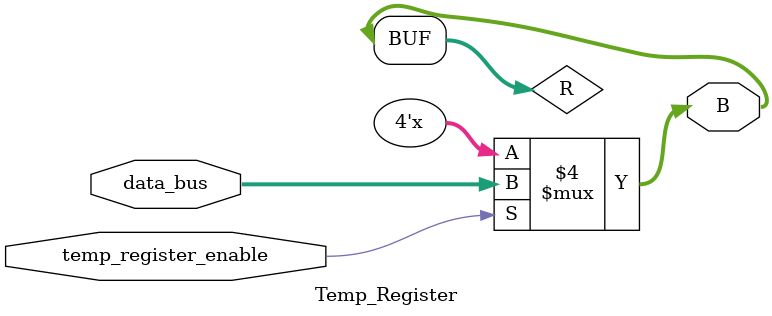
<source format=v>

module Temp_Register
			(input tri		[3:0]	data_bus,
			 input			temp_register_enable, 
			 output	reg	[3:0]	B);
			 
			 reg	[3:0]	R;	 
			 
		always @(*)
			if (temp_register_enable)
				R <= data_bus;
			else 
				R <= R;
			
		always @(*) 
				B <= R;

endmodule	

</source>
